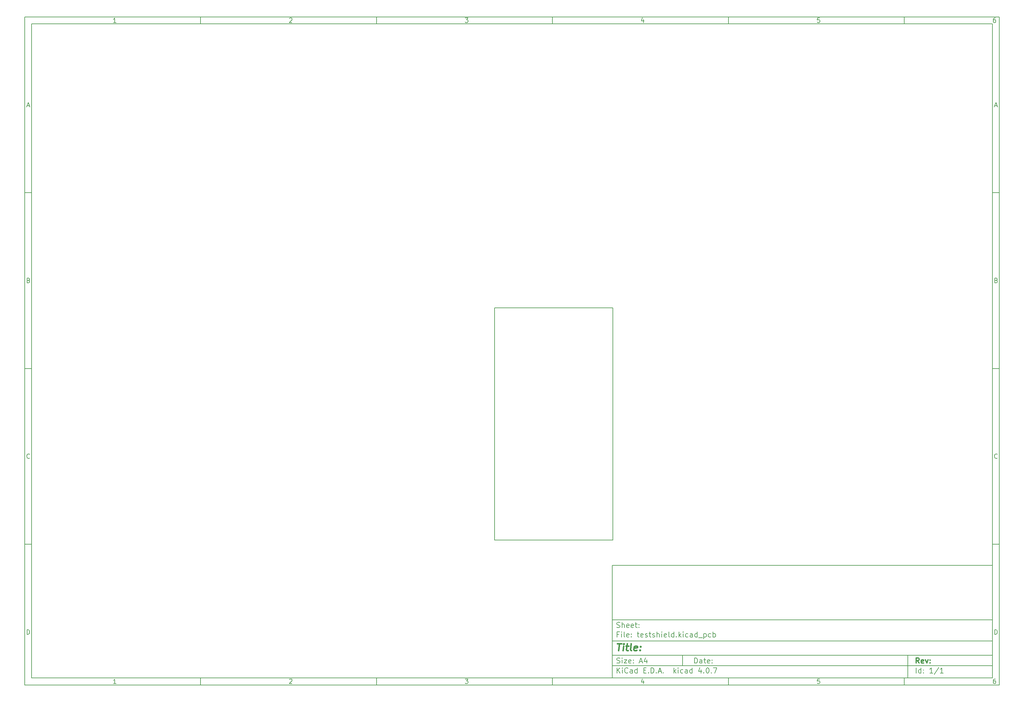
<source format=gbr>
G04 #@! TF.FileFunction,Profile,NP*
%FSLAX46Y46*%
G04 Gerber Fmt 4.6, Leading zero omitted, Abs format (unit mm)*
G04 Created by KiCad (PCBNEW 4.0.7) date 04/17/18 20:06:53*
%MOMM*%
%LPD*%
G01*
G04 APERTURE LIST*
%ADD10C,0.100000*%
%ADD11C,0.150000*%
%ADD12C,0.300000*%
%ADD13C,0.400000*%
G04 APERTURE END LIST*
D10*
D11*
X177002200Y-166007200D02*
X177002200Y-198007200D01*
X285002200Y-198007200D01*
X285002200Y-166007200D01*
X177002200Y-166007200D01*
D10*
D11*
X10000000Y-10000000D02*
X10000000Y-200007200D01*
X287002200Y-200007200D01*
X287002200Y-10000000D01*
X10000000Y-10000000D01*
D10*
D11*
X12000000Y-12000000D02*
X12000000Y-198007200D01*
X285002200Y-198007200D01*
X285002200Y-12000000D01*
X12000000Y-12000000D01*
D10*
D11*
X60000000Y-12000000D02*
X60000000Y-10000000D01*
D10*
D11*
X110000000Y-12000000D02*
X110000000Y-10000000D01*
D10*
D11*
X160000000Y-12000000D02*
X160000000Y-10000000D01*
D10*
D11*
X210000000Y-12000000D02*
X210000000Y-10000000D01*
D10*
D11*
X260000000Y-12000000D02*
X260000000Y-10000000D01*
D10*
D11*
X35990476Y-11588095D02*
X35247619Y-11588095D01*
X35619048Y-11588095D02*
X35619048Y-10288095D01*
X35495238Y-10473810D01*
X35371429Y-10597619D01*
X35247619Y-10659524D01*
D10*
D11*
X85247619Y-10411905D02*
X85309524Y-10350000D01*
X85433333Y-10288095D01*
X85742857Y-10288095D01*
X85866667Y-10350000D01*
X85928571Y-10411905D01*
X85990476Y-10535714D01*
X85990476Y-10659524D01*
X85928571Y-10845238D01*
X85185714Y-11588095D01*
X85990476Y-11588095D01*
D10*
D11*
X135185714Y-10288095D02*
X135990476Y-10288095D01*
X135557143Y-10783333D01*
X135742857Y-10783333D01*
X135866667Y-10845238D01*
X135928571Y-10907143D01*
X135990476Y-11030952D01*
X135990476Y-11340476D01*
X135928571Y-11464286D01*
X135866667Y-11526190D01*
X135742857Y-11588095D01*
X135371429Y-11588095D01*
X135247619Y-11526190D01*
X135185714Y-11464286D01*
D10*
D11*
X185866667Y-10721429D02*
X185866667Y-11588095D01*
X185557143Y-10226190D02*
X185247619Y-11154762D01*
X186052381Y-11154762D01*
D10*
D11*
X235928571Y-10288095D02*
X235309524Y-10288095D01*
X235247619Y-10907143D01*
X235309524Y-10845238D01*
X235433333Y-10783333D01*
X235742857Y-10783333D01*
X235866667Y-10845238D01*
X235928571Y-10907143D01*
X235990476Y-11030952D01*
X235990476Y-11340476D01*
X235928571Y-11464286D01*
X235866667Y-11526190D01*
X235742857Y-11588095D01*
X235433333Y-11588095D01*
X235309524Y-11526190D01*
X235247619Y-11464286D01*
D10*
D11*
X285866667Y-10288095D02*
X285619048Y-10288095D01*
X285495238Y-10350000D01*
X285433333Y-10411905D01*
X285309524Y-10597619D01*
X285247619Y-10845238D01*
X285247619Y-11340476D01*
X285309524Y-11464286D01*
X285371429Y-11526190D01*
X285495238Y-11588095D01*
X285742857Y-11588095D01*
X285866667Y-11526190D01*
X285928571Y-11464286D01*
X285990476Y-11340476D01*
X285990476Y-11030952D01*
X285928571Y-10907143D01*
X285866667Y-10845238D01*
X285742857Y-10783333D01*
X285495238Y-10783333D01*
X285371429Y-10845238D01*
X285309524Y-10907143D01*
X285247619Y-11030952D01*
D10*
D11*
X60000000Y-198007200D02*
X60000000Y-200007200D01*
D10*
D11*
X110000000Y-198007200D02*
X110000000Y-200007200D01*
D10*
D11*
X160000000Y-198007200D02*
X160000000Y-200007200D01*
D10*
D11*
X210000000Y-198007200D02*
X210000000Y-200007200D01*
D10*
D11*
X260000000Y-198007200D02*
X260000000Y-200007200D01*
D10*
D11*
X35990476Y-199595295D02*
X35247619Y-199595295D01*
X35619048Y-199595295D02*
X35619048Y-198295295D01*
X35495238Y-198481010D01*
X35371429Y-198604819D01*
X35247619Y-198666724D01*
D10*
D11*
X85247619Y-198419105D02*
X85309524Y-198357200D01*
X85433333Y-198295295D01*
X85742857Y-198295295D01*
X85866667Y-198357200D01*
X85928571Y-198419105D01*
X85990476Y-198542914D01*
X85990476Y-198666724D01*
X85928571Y-198852438D01*
X85185714Y-199595295D01*
X85990476Y-199595295D01*
D10*
D11*
X135185714Y-198295295D02*
X135990476Y-198295295D01*
X135557143Y-198790533D01*
X135742857Y-198790533D01*
X135866667Y-198852438D01*
X135928571Y-198914343D01*
X135990476Y-199038152D01*
X135990476Y-199347676D01*
X135928571Y-199471486D01*
X135866667Y-199533390D01*
X135742857Y-199595295D01*
X135371429Y-199595295D01*
X135247619Y-199533390D01*
X135185714Y-199471486D01*
D10*
D11*
X185866667Y-198728629D02*
X185866667Y-199595295D01*
X185557143Y-198233390D02*
X185247619Y-199161962D01*
X186052381Y-199161962D01*
D10*
D11*
X235928571Y-198295295D02*
X235309524Y-198295295D01*
X235247619Y-198914343D01*
X235309524Y-198852438D01*
X235433333Y-198790533D01*
X235742857Y-198790533D01*
X235866667Y-198852438D01*
X235928571Y-198914343D01*
X235990476Y-199038152D01*
X235990476Y-199347676D01*
X235928571Y-199471486D01*
X235866667Y-199533390D01*
X235742857Y-199595295D01*
X235433333Y-199595295D01*
X235309524Y-199533390D01*
X235247619Y-199471486D01*
D10*
D11*
X285866667Y-198295295D02*
X285619048Y-198295295D01*
X285495238Y-198357200D01*
X285433333Y-198419105D01*
X285309524Y-198604819D01*
X285247619Y-198852438D01*
X285247619Y-199347676D01*
X285309524Y-199471486D01*
X285371429Y-199533390D01*
X285495238Y-199595295D01*
X285742857Y-199595295D01*
X285866667Y-199533390D01*
X285928571Y-199471486D01*
X285990476Y-199347676D01*
X285990476Y-199038152D01*
X285928571Y-198914343D01*
X285866667Y-198852438D01*
X285742857Y-198790533D01*
X285495238Y-198790533D01*
X285371429Y-198852438D01*
X285309524Y-198914343D01*
X285247619Y-199038152D01*
D10*
D11*
X10000000Y-60000000D02*
X12000000Y-60000000D01*
D10*
D11*
X10000000Y-110000000D02*
X12000000Y-110000000D01*
D10*
D11*
X10000000Y-160000000D02*
X12000000Y-160000000D01*
D10*
D11*
X10690476Y-35216667D02*
X11309524Y-35216667D01*
X10566667Y-35588095D02*
X11000000Y-34288095D01*
X11433333Y-35588095D01*
D10*
D11*
X11092857Y-84907143D02*
X11278571Y-84969048D01*
X11340476Y-85030952D01*
X11402381Y-85154762D01*
X11402381Y-85340476D01*
X11340476Y-85464286D01*
X11278571Y-85526190D01*
X11154762Y-85588095D01*
X10659524Y-85588095D01*
X10659524Y-84288095D01*
X11092857Y-84288095D01*
X11216667Y-84350000D01*
X11278571Y-84411905D01*
X11340476Y-84535714D01*
X11340476Y-84659524D01*
X11278571Y-84783333D01*
X11216667Y-84845238D01*
X11092857Y-84907143D01*
X10659524Y-84907143D01*
D10*
D11*
X11402381Y-135464286D02*
X11340476Y-135526190D01*
X11154762Y-135588095D01*
X11030952Y-135588095D01*
X10845238Y-135526190D01*
X10721429Y-135402381D01*
X10659524Y-135278571D01*
X10597619Y-135030952D01*
X10597619Y-134845238D01*
X10659524Y-134597619D01*
X10721429Y-134473810D01*
X10845238Y-134350000D01*
X11030952Y-134288095D01*
X11154762Y-134288095D01*
X11340476Y-134350000D01*
X11402381Y-134411905D01*
D10*
D11*
X10659524Y-185588095D02*
X10659524Y-184288095D01*
X10969048Y-184288095D01*
X11154762Y-184350000D01*
X11278571Y-184473810D01*
X11340476Y-184597619D01*
X11402381Y-184845238D01*
X11402381Y-185030952D01*
X11340476Y-185278571D01*
X11278571Y-185402381D01*
X11154762Y-185526190D01*
X10969048Y-185588095D01*
X10659524Y-185588095D01*
D10*
D11*
X287002200Y-60000000D02*
X285002200Y-60000000D01*
D10*
D11*
X287002200Y-110000000D02*
X285002200Y-110000000D01*
D10*
D11*
X287002200Y-160000000D02*
X285002200Y-160000000D01*
D10*
D11*
X285692676Y-35216667D02*
X286311724Y-35216667D01*
X285568867Y-35588095D02*
X286002200Y-34288095D01*
X286435533Y-35588095D01*
D10*
D11*
X286095057Y-84907143D02*
X286280771Y-84969048D01*
X286342676Y-85030952D01*
X286404581Y-85154762D01*
X286404581Y-85340476D01*
X286342676Y-85464286D01*
X286280771Y-85526190D01*
X286156962Y-85588095D01*
X285661724Y-85588095D01*
X285661724Y-84288095D01*
X286095057Y-84288095D01*
X286218867Y-84350000D01*
X286280771Y-84411905D01*
X286342676Y-84535714D01*
X286342676Y-84659524D01*
X286280771Y-84783333D01*
X286218867Y-84845238D01*
X286095057Y-84907143D01*
X285661724Y-84907143D01*
D10*
D11*
X286404581Y-135464286D02*
X286342676Y-135526190D01*
X286156962Y-135588095D01*
X286033152Y-135588095D01*
X285847438Y-135526190D01*
X285723629Y-135402381D01*
X285661724Y-135278571D01*
X285599819Y-135030952D01*
X285599819Y-134845238D01*
X285661724Y-134597619D01*
X285723629Y-134473810D01*
X285847438Y-134350000D01*
X286033152Y-134288095D01*
X286156962Y-134288095D01*
X286342676Y-134350000D01*
X286404581Y-134411905D01*
D10*
D11*
X285661724Y-185588095D02*
X285661724Y-184288095D01*
X285971248Y-184288095D01*
X286156962Y-184350000D01*
X286280771Y-184473810D01*
X286342676Y-184597619D01*
X286404581Y-184845238D01*
X286404581Y-185030952D01*
X286342676Y-185278571D01*
X286280771Y-185402381D01*
X286156962Y-185526190D01*
X285971248Y-185588095D01*
X285661724Y-185588095D01*
D10*
D11*
X200359343Y-193785771D02*
X200359343Y-192285771D01*
X200716486Y-192285771D01*
X200930771Y-192357200D01*
X201073629Y-192500057D01*
X201145057Y-192642914D01*
X201216486Y-192928629D01*
X201216486Y-193142914D01*
X201145057Y-193428629D01*
X201073629Y-193571486D01*
X200930771Y-193714343D01*
X200716486Y-193785771D01*
X200359343Y-193785771D01*
X202502200Y-193785771D02*
X202502200Y-193000057D01*
X202430771Y-192857200D01*
X202287914Y-192785771D01*
X202002200Y-192785771D01*
X201859343Y-192857200D01*
X202502200Y-193714343D02*
X202359343Y-193785771D01*
X202002200Y-193785771D01*
X201859343Y-193714343D01*
X201787914Y-193571486D01*
X201787914Y-193428629D01*
X201859343Y-193285771D01*
X202002200Y-193214343D01*
X202359343Y-193214343D01*
X202502200Y-193142914D01*
X203002200Y-192785771D02*
X203573629Y-192785771D01*
X203216486Y-192285771D02*
X203216486Y-193571486D01*
X203287914Y-193714343D01*
X203430772Y-193785771D01*
X203573629Y-193785771D01*
X204645057Y-193714343D02*
X204502200Y-193785771D01*
X204216486Y-193785771D01*
X204073629Y-193714343D01*
X204002200Y-193571486D01*
X204002200Y-193000057D01*
X204073629Y-192857200D01*
X204216486Y-192785771D01*
X204502200Y-192785771D01*
X204645057Y-192857200D01*
X204716486Y-193000057D01*
X204716486Y-193142914D01*
X204002200Y-193285771D01*
X205359343Y-193642914D02*
X205430771Y-193714343D01*
X205359343Y-193785771D01*
X205287914Y-193714343D01*
X205359343Y-193642914D01*
X205359343Y-193785771D01*
X205359343Y-192857200D02*
X205430771Y-192928629D01*
X205359343Y-193000057D01*
X205287914Y-192928629D01*
X205359343Y-192857200D01*
X205359343Y-193000057D01*
D10*
D11*
X177002200Y-194507200D02*
X285002200Y-194507200D01*
D10*
D11*
X178359343Y-196585771D02*
X178359343Y-195085771D01*
X179216486Y-196585771D02*
X178573629Y-195728629D01*
X179216486Y-195085771D02*
X178359343Y-195942914D01*
X179859343Y-196585771D02*
X179859343Y-195585771D01*
X179859343Y-195085771D02*
X179787914Y-195157200D01*
X179859343Y-195228629D01*
X179930771Y-195157200D01*
X179859343Y-195085771D01*
X179859343Y-195228629D01*
X181430772Y-196442914D02*
X181359343Y-196514343D01*
X181145057Y-196585771D01*
X181002200Y-196585771D01*
X180787915Y-196514343D01*
X180645057Y-196371486D01*
X180573629Y-196228629D01*
X180502200Y-195942914D01*
X180502200Y-195728629D01*
X180573629Y-195442914D01*
X180645057Y-195300057D01*
X180787915Y-195157200D01*
X181002200Y-195085771D01*
X181145057Y-195085771D01*
X181359343Y-195157200D01*
X181430772Y-195228629D01*
X182716486Y-196585771D02*
X182716486Y-195800057D01*
X182645057Y-195657200D01*
X182502200Y-195585771D01*
X182216486Y-195585771D01*
X182073629Y-195657200D01*
X182716486Y-196514343D02*
X182573629Y-196585771D01*
X182216486Y-196585771D01*
X182073629Y-196514343D01*
X182002200Y-196371486D01*
X182002200Y-196228629D01*
X182073629Y-196085771D01*
X182216486Y-196014343D01*
X182573629Y-196014343D01*
X182716486Y-195942914D01*
X184073629Y-196585771D02*
X184073629Y-195085771D01*
X184073629Y-196514343D02*
X183930772Y-196585771D01*
X183645058Y-196585771D01*
X183502200Y-196514343D01*
X183430772Y-196442914D01*
X183359343Y-196300057D01*
X183359343Y-195871486D01*
X183430772Y-195728629D01*
X183502200Y-195657200D01*
X183645058Y-195585771D01*
X183930772Y-195585771D01*
X184073629Y-195657200D01*
X185930772Y-195800057D02*
X186430772Y-195800057D01*
X186645058Y-196585771D02*
X185930772Y-196585771D01*
X185930772Y-195085771D01*
X186645058Y-195085771D01*
X187287915Y-196442914D02*
X187359343Y-196514343D01*
X187287915Y-196585771D01*
X187216486Y-196514343D01*
X187287915Y-196442914D01*
X187287915Y-196585771D01*
X188002201Y-196585771D02*
X188002201Y-195085771D01*
X188359344Y-195085771D01*
X188573629Y-195157200D01*
X188716487Y-195300057D01*
X188787915Y-195442914D01*
X188859344Y-195728629D01*
X188859344Y-195942914D01*
X188787915Y-196228629D01*
X188716487Y-196371486D01*
X188573629Y-196514343D01*
X188359344Y-196585771D01*
X188002201Y-196585771D01*
X189502201Y-196442914D02*
X189573629Y-196514343D01*
X189502201Y-196585771D01*
X189430772Y-196514343D01*
X189502201Y-196442914D01*
X189502201Y-196585771D01*
X190145058Y-196157200D02*
X190859344Y-196157200D01*
X190002201Y-196585771D02*
X190502201Y-195085771D01*
X191002201Y-196585771D01*
X191502201Y-196442914D02*
X191573629Y-196514343D01*
X191502201Y-196585771D01*
X191430772Y-196514343D01*
X191502201Y-196442914D01*
X191502201Y-196585771D01*
X194502201Y-196585771D02*
X194502201Y-195085771D01*
X194645058Y-196014343D02*
X195073629Y-196585771D01*
X195073629Y-195585771D02*
X194502201Y-196157200D01*
X195716487Y-196585771D02*
X195716487Y-195585771D01*
X195716487Y-195085771D02*
X195645058Y-195157200D01*
X195716487Y-195228629D01*
X195787915Y-195157200D01*
X195716487Y-195085771D01*
X195716487Y-195228629D01*
X197073630Y-196514343D02*
X196930773Y-196585771D01*
X196645059Y-196585771D01*
X196502201Y-196514343D01*
X196430773Y-196442914D01*
X196359344Y-196300057D01*
X196359344Y-195871486D01*
X196430773Y-195728629D01*
X196502201Y-195657200D01*
X196645059Y-195585771D01*
X196930773Y-195585771D01*
X197073630Y-195657200D01*
X198359344Y-196585771D02*
X198359344Y-195800057D01*
X198287915Y-195657200D01*
X198145058Y-195585771D01*
X197859344Y-195585771D01*
X197716487Y-195657200D01*
X198359344Y-196514343D02*
X198216487Y-196585771D01*
X197859344Y-196585771D01*
X197716487Y-196514343D01*
X197645058Y-196371486D01*
X197645058Y-196228629D01*
X197716487Y-196085771D01*
X197859344Y-196014343D01*
X198216487Y-196014343D01*
X198359344Y-195942914D01*
X199716487Y-196585771D02*
X199716487Y-195085771D01*
X199716487Y-196514343D02*
X199573630Y-196585771D01*
X199287916Y-196585771D01*
X199145058Y-196514343D01*
X199073630Y-196442914D01*
X199002201Y-196300057D01*
X199002201Y-195871486D01*
X199073630Y-195728629D01*
X199145058Y-195657200D01*
X199287916Y-195585771D01*
X199573630Y-195585771D01*
X199716487Y-195657200D01*
X202216487Y-195585771D02*
X202216487Y-196585771D01*
X201859344Y-195014343D02*
X201502201Y-196085771D01*
X202430773Y-196085771D01*
X203002201Y-196442914D02*
X203073629Y-196514343D01*
X203002201Y-196585771D01*
X202930772Y-196514343D01*
X203002201Y-196442914D01*
X203002201Y-196585771D01*
X204002201Y-195085771D02*
X204145058Y-195085771D01*
X204287915Y-195157200D01*
X204359344Y-195228629D01*
X204430773Y-195371486D01*
X204502201Y-195657200D01*
X204502201Y-196014343D01*
X204430773Y-196300057D01*
X204359344Y-196442914D01*
X204287915Y-196514343D01*
X204145058Y-196585771D01*
X204002201Y-196585771D01*
X203859344Y-196514343D01*
X203787915Y-196442914D01*
X203716487Y-196300057D01*
X203645058Y-196014343D01*
X203645058Y-195657200D01*
X203716487Y-195371486D01*
X203787915Y-195228629D01*
X203859344Y-195157200D01*
X204002201Y-195085771D01*
X205145058Y-196442914D02*
X205216486Y-196514343D01*
X205145058Y-196585771D01*
X205073629Y-196514343D01*
X205145058Y-196442914D01*
X205145058Y-196585771D01*
X205716487Y-195085771D02*
X206716487Y-195085771D01*
X206073630Y-196585771D01*
D10*
D11*
X177002200Y-191507200D02*
X285002200Y-191507200D01*
D10*
D12*
X264216486Y-193785771D02*
X263716486Y-193071486D01*
X263359343Y-193785771D02*
X263359343Y-192285771D01*
X263930771Y-192285771D01*
X264073629Y-192357200D01*
X264145057Y-192428629D01*
X264216486Y-192571486D01*
X264216486Y-192785771D01*
X264145057Y-192928629D01*
X264073629Y-193000057D01*
X263930771Y-193071486D01*
X263359343Y-193071486D01*
X265430771Y-193714343D02*
X265287914Y-193785771D01*
X265002200Y-193785771D01*
X264859343Y-193714343D01*
X264787914Y-193571486D01*
X264787914Y-193000057D01*
X264859343Y-192857200D01*
X265002200Y-192785771D01*
X265287914Y-192785771D01*
X265430771Y-192857200D01*
X265502200Y-193000057D01*
X265502200Y-193142914D01*
X264787914Y-193285771D01*
X266002200Y-192785771D02*
X266359343Y-193785771D01*
X266716485Y-192785771D01*
X267287914Y-193642914D02*
X267359342Y-193714343D01*
X267287914Y-193785771D01*
X267216485Y-193714343D01*
X267287914Y-193642914D01*
X267287914Y-193785771D01*
X267287914Y-192857200D02*
X267359342Y-192928629D01*
X267287914Y-193000057D01*
X267216485Y-192928629D01*
X267287914Y-192857200D01*
X267287914Y-193000057D01*
D10*
D11*
X178287914Y-193714343D02*
X178502200Y-193785771D01*
X178859343Y-193785771D01*
X179002200Y-193714343D01*
X179073629Y-193642914D01*
X179145057Y-193500057D01*
X179145057Y-193357200D01*
X179073629Y-193214343D01*
X179002200Y-193142914D01*
X178859343Y-193071486D01*
X178573629Y-193000057D01*
X178430771Y-192928629D01*
X178359343Y-192857200D01*
X178287914Y-192714343D01*
X178287914Y-192571486D01*
X178359343Y-192428629D01*
X178430771Y-192357200D01*
X178573629Y-192285771D01*
X178930771Y-192285771D01*
X179145057Y-192357200D01*
X179787914Y-193785771D02*
X179787914Y-192785771D01*
X179787914Y-192285771D02*
X179716485Y-192357200D01*
X179787914Y-192428629D01*
X179859342Y-192357200D01*
X179787914Y-192285771D01*
X179787914Y-192428629D01*
X180359343Y-192785771D02*
X181145057Y-192785771D01*
X180359343Y-193785771D01*
X181145057Y-193785771D01*
X182287914Y-193714343D02*
X182145057Y-193785771D01*
X181859343Y-193785771D01*
X181716486Y-193714343D01*
X181645057Y-193571486D01*
X181645057Y-193000057D01*
X181716486Y-192857200D01*
X181859343Y-192785771D01*
X182145057Y-192785771D01*
X182287914Y-192857200D01*
X182359343Y-193000057D01*
X182359343Y-193142914D01*
X181645057Y-193285771D01*
X183002200Y-193642914D02*
X183073628Y-193714343D01*
X183002200Y-193785771D01*
X182930771Y-193714343D01*
X183002200Y-193642914D01*
X183002200Y-193785771D01*
X183002200Y-192857200D02*
X183073628Y-192928629D01*
X183002200Y-193000057D01*
X182930771Y-192928629D01*
X183002200Y-192857200D01*
X183002200Y-193000057D01*
X184787914Y-193357200D02*
X185502200Y-193357200D01*
X184645057Y-193785771D02*
X185145057Y-192285771D01*
X185645057Y-193785771D01*
X186787914Y-192785771D02*
X186787914Y-193785771D01*
X186430771Y-192214343D02*
X186073628Y-193285771D01*
X187002200Y-193285771D01*
D10*
D11*
X263359343Y-196585771D02*
X263359343Y-195085771D01*
X264716486Y-196585771D02*
X264716486Y-195085771D01*
X264716486Y-196514343D02*
X264573629Y-196585771D01*
X264287915Y-196585771D01*
X264145057Y-196514343D01*
X264073629Y-196442914D01*
X264002200Y-196300057D01*
X264002200Y-195871486D01*
X264073629Y-195728629D01*
X264145057Y-195657200D01*
X264287915Y-195585771D01*
X264573629Y-195585771D01*
X264716486Y-195657200D01*
X265430772Y-196442914D02*
X265502200Y-196514343D01*
X265430772Y-196585771D01*
X265359343Y-196514343D01*
X265430772Y-196442914D01*
X265430772Y-196585771D01*
X265430772Y-195657200D02*
X265502200Y-195728629D01*
X265430772Y-195800057D01*
X265359343Y-195728629D01*
X265430772Y-195657200D01*
X265430772Y-195800057D01*
X268073629Y-196585771D02*
X267216486Y-196585771D01*
X267645058Y-196585771D02*
X267645058Y-195085771D01*
X267502201Y-195300057D01*
X267359343Y-195442914D01*
X267216486Y-195514343D01*
X269787914Y-195014343D02*
X268502200Y-196942914D01*
X271073629Y-196585771D02*
X270216486Y-196585771D01*
X270645058Y-196585771D02*
X270645058Y-195085771D01*
X270502201Y-195300057D01*
X270359343Y-195442914D01*
X270216486Y-195514343D01*
D10*
D11*
X177002200Y-187507200D02*
X285002200Y-187507200D01*
D10*
D13*
X178454581Y-188211962D02*
X179597438Y-188211962D01*
X178776010Y-190211962D02*
X179026010Y-188211962D01*
X180014105Y-190211962D02*
X180180771Y-188878629D01*
X180264105Y-188211962D02*
X180156962Y-188307200D01*
X180240295Y-188402438D01*
X180347439Y-188307200D01*
X180264105Y-188211962D01*
X180240295Y-188402438D01*
X180847438Y-188878629D02*
X181609343Y-188878629D01*
X181216486Y-188211962D02*
X181002200Y-189926248D01*
X181073630Y-190116724D01*
X181252201Y-190211962D01*
X181442677Y-190211962D01*
X182395058Y-190211962D02*
X182216487Y-190116724D01*
X182145057Y-189926248D01*
X182359343Y-188211962D01*
X183930772Y-190116724D02*
X183728391Y-190211962D01*
X183347439Y-190211962D01*
X183168867Y-190116724D01*
X183097438Y-189926248D01*
X183192676Y-189164343D01*
X183311724Y-188973867D01*
X183514105Y-188878629D01*
X183895057Y-188878629D01*
X184073629Y-188973867D01*
X184145057Y-189164343D01*
X184121248Y-189354819D01*
X183145057Y-189545295D01*
X184895057Y-190021486D02*
X184978392Y-190116724D01*
X184871248Y-190211962D01*
X184787915Y-190116724D01*
X184895057Y-190021486D01*
X184871248Y-190211962D01*
X185026010Y-188973867D02*
X185109344Y-189069105D01*
X185002200Y-189164343D01*
X184918867Y-189069105D01*
X185026010Y-188973867D01*
X185002200Y-189164343D01*
D10*
D11*
X178859343Y-185600057D02*
X178359343Y-185600057D01*
X178359343Y-186385771D02*
X178359343Y-184885771D01*
X179073629Y-184885771D01*
X179645057Y-186385771D02*
X179645057Y-185385771D01*
X179645057Y-184885771D02*
X179573628Y-184957200D01*
X179645057Y-185028629D01*
X179716485Y-184957200D01*
X179645057Y-184885771D01*
X179645057Y-185028629D01*
X180573629Y-186385771D02*
X180430771Y-186314343D01*
X180359343Y-186171486D01*
X180359343Y-184885771D01*
X181716485Y-186314343D02*
X181573628Y-186385771D01*
X181287914Y-186385771D01*
X181145057Y-186314343D01*
X181073628Y-186171486D01*
X181073628Y-185600057D01*
X181145057Y-185457200D01*
X181287914Y-185385771D01*
X181573628Y-185385771D01*
X181716485Y-185457200D01*
X181787914Y-185600057D01*
X181787914Y-185742914D01*
X181073628Y-185885771D01*
X182430771Y-186242914D02*
X182502199Y-186314343D01*
X182430771Y-186385771D01*
X182359342Y-186314343D01*
X182430771Y-186242914D01*
X182430771Y-186385771D01*
X182430771Y-185457200D02*
X182502199Y-185528629D01*
X182430771Y-185600057D01*
X182359342Y-185528629D01*
X182430771Y-185457200D01*
X182430771Y-185600057D01*
X184073628Y-185385771D02*
X184645057Y-185385771D01*
X184287914Y-184885771D02*
X184287914Y-186171486D01*
X184359342Y-186314343D01*
X184502200Y-186385771D01*
X184645057Y-186385771D01*
X185716485Y-186314343D02*
X185573628Y-186385771D01*
X185287914Y-186385771D01*
X185145057Y-186314343D01*
X185073628Y-186171486D01*
X185073628Y-185600057D01*
X185145057Y-185457200D01*
X185287914Y-185385771D01*
X185573628Y-185385771D01*
X185716485Y-185457200D01*
X185787914Y-185600057D01*
X185787914Y-185742914D01*
X185073628Y-185885771D01*
X186359342Y-186314343D02*
X186502199Y-186385771D01*
X186787914Y-186385771D01*
X186930771Y-186314343D01*
X187002199Y-186171486D01*
X187002199Y-186100057D01*
X186930771Y-185957200D01*
X186787914Y-185885771D01*
X186573628Y-185885771D01*
X186430771Y-185814343D01*
X186359342Y-185671486D01*
X186359342Y-185600057D01*
X186430771Y-185457200D01*
X186573628Y-185385771D01*
X186787914Y-185385771D01*
X186930771Y-185457200D01*
X187430771Y-185385771D02*
X188002200Y-185385771D01*
X187645057Y-184885771D02*
X187645057Y-186171486D01*
X187716485Y-186314343D01*
X187859343Y-186385771D01*
X188002200Y-186385771D01*
X188430771Y-186314343D02*
X188573628Y-186385771D01*
X188859343Y-186385771D01*
X189002200Y-186314343D01*
X189073628Y-186171486D01*
X189073628Y-186100057D01*
X189002200Y-185957200D01*
X188859343Y-185885771D01*
X188645057Y-185885771D01*
X188502200Y-185814343D01*
X188430771Y-185671486D01*
X188430771Y-185600057D01*
X188502200Y-185457200D01*
X188645057Y-185385771D01*
X188859343Y-185385771D01*
X189002200Y-185457200D01*
X189716486Y-186385771D02*
X189716486Y-184885771D01*
X190359343Y-186385771D02*
X190359343Y-185600057D01*
X190287914Y-185457200D01*
X190145057Y-185385771D01*
X189930772Y-185385771D01*
X189787914Y-185457200D01*
X189716486Y-185528629D01*
X191073629Y-186385771D02*
X191073629Y-185385771D01*
X191073629Y-184885771D02*
X191002200Y-184957200D01*
X191073629Y-185028629D01*
X191145057Y-184957200D01*
X191073629Y-184885771D01*
X191073629Y-185028629D01*
X192359343Y-186314343D02*
X192216486Y-186385771D01*
X191930772Y-186385771D01*
X191787915Y-186314343D01*
X191716486Y-186171486D01*
X191716486Y-185600057D01*
X191787915Y-185457200D01*
X191930772Y-185385771D01*
X192216486Y-185385771D01*
X192359343Y-185457200D01*
X192430772Y-185600057D01*
X192430772Y-185742914D01*
X191716486Y-185885771D01*
X193287915Y-186385771D02*
X193145057Y-186314343D01*
X193073629Y-186171486D01*
X193073629Y-184885771D01*
X194502200Y-186385771D02*
X194502200Y-184885771D01*
X194502200Y-186314343D02*
X194359343Y-186385771D01*
X194073629Y-186385771D01*
X193930771Y-186314343D01*
X193859343Y-186242914D01*
X193787914Y-186100057D01*
X193787914Y-185671486D01*
X193859343Y-185528629D01*
X193930771Y-185457200D01*
X194073629Y-185385771D01*
X194359343Y-185385771D01*
X194502200Y-185457200D01*
X195216486Y-186242914D02*
X195287914Y-186314343D01*
X195216486Y-186385771D01*
X195145057Y-186314343D01*
X195216486Y-186242914D01*
X195216486Y-186385771D01*
X195930772Y-186385771D02*
X195930772Y-184885771D01*
X196073629Y-185814343D02*
X196502200Y-186385771D01*
X196502200Y-185385771D02*
X195930772Y-185957200D01*
X197145058Y-186385771D02*
X197145058Y-185385771D01*
X197145058Y-184885771D02*
X197073629Y-184957200D01*
X197145058Y-185028629D01*
X197216486Y-184957200D01*
X197145058Y-184885771D01*
X197145058Y-185028629D01*
X198502201Y-186314343D02*
X198359344Y-186385771D01*
X198073630Y-186385771D01*
X197930772Y-186314343D01*
X197859344Y-186242914D01*
X197787915Y-186100057D01*
X197787915Y-185671486D01*
X197859344Y-185528629D01*
X197930772Y-185457200D01*
X198073630Y-185385771D01*
X198359344Y-185385771D01*
X198502201Y-185457200D01*
X199787915Y-186385771D02*
X199787915Y-185600057D01*
X199716486Y-185457200D01*
X199573629Y-185385771D01*
X199287915Y-185385771D01*
X199145058Y-185457200D01*
X199787915Y-186314343D02*
X199645058Y-186385771D01*
X199287915Y-186385771D01*
X199145058Y-186314343D01*
X199073629Y-186171486D01*
X199073629Y-186028629D01*
X199145058Y-185885771D01*
X199287915Y-185814343D01*
X199645058Y-185814343D01*
X199787915Y-185742914D01*
X201145058Y-186385771D02*
X201145058Y-184885771D01*
X201145058Y-186314343D02*
X201002201Y-186385771D01*
X200716487Y-186385771D01*
X200573629Y-186314343D01*
X200502201Y-186242914D01*
X200430772Y-186100057D01*
X200430772Y-185671486D01*
X200502201Y-185528629D01*
X200573629Y-185457200D01*
X200716487Y-185385771D01*
X201002201Y-185385771D01*
X201145058Y-185457200D01*
X201502201Y-186528629D02*
X202645058Y-186528629D01*
X203002201Y-185385771D02*
X203002201Y-186885771D01*
X203002201Y-185457200D02*
X203145058Y-185385771D01*
X203430772Y-185385771D01*
X203573629Y-185457200D01*
X203645058Y-185528629D01*
X203716487Y-185671486D01*
X203716487Y-186100057D01*
X203645058Y-186242914D01*
X203573629Y-186314343D01*
X203430772Y-186385771D01*
X203145058Y-186385771D01*
X203002201Y-186314343D01*
X205002201Y-186314343D02*
X204859344Y-186385771D01*
X204573630Y-186385771D01*
X204430772Y-186314343D01*
X204359344Y-186242914D01*
X204287915Y-186100057D01*
X204287915Y-185671486D01*
X204359344Y-185528629D01*
X204430772Y-185457200D01*
X204573630Y-185385771D01*
X204859344Y-185385771D01*
X205002201Y-185457200D01*
X205645058Y-186385771D02*
X205645058Y-184885771D01*
X205645058Y-185457200D02*
X205787915Y-185385771D01*
X206073629Y-185385771D01*
X206216486Y-185457200D01*
X206287915Y-185528629D01*
X206359344Y-185671486D01*
X206359344Y-186100057D01*
X206287915Y-186242914D01*
X206216486Y-186314343D01*
X206073629Y-186385771D01*
X205787915Y-186385771D01*
X205645058Y-186314343D01*
D10*
D11*
X177002200Y-181507200D02*
X285002200Y-181507200D01*
D10*
D11*
X178287914Y-183614343D02*
X178502200Y-183685771D01*
X178859343Y-183685771D01*
X179002200Y-183614343D01*
X179073629Y-183542914D01*
X179145057Y-183400057D01*
X179145057Y-183257200D01*
X179073629Y-183114343D01*
X179002200Y-183042914D01*
X178859343Y-182971486D01*
X178573629Y-182900057D01*
X178430771Y-182828629D01*
X178359343Y-182757200D01*
X178287914Y-182614343D01*
X178287914Y-182471486D01*
X178359343Y-182328629D01*
X178430771Y-182257200D01*
X178573629Y-182185771D01*
X178930771Y-182185771D01*
X179145057Y-182257200D01*
X179787914Y-183685771D02*
X179787914Y-182185771D01*
X180430771Y-183685771D02*
X180430771Y-182900057D01*
X180359342Y-182757200D01*
X180216485Y-182685771D01*
X180002200Y-182685771D01*
X179859342Y-182757200D01*
X179787914Y-182828629D01*
X181716485Y-183614343D02*
X181573628Y-183685771D01*
X181287914Y-183685771D01*
X181145057Y-183614343D01*
X181073628Y-183471486D01*
X181073628Y-182900057D01*
X181145057Y-182757200D01*
X181287914Y-182685771D01*
X181573628Y-182685771D01*
X181716485Y-182757200D01*
X181787914Y-182900057D01*
X181787914Y-183042914D01*
X181073628Y-183185771D01*
X183002199Y-183614343D02*
X182859342Y-183685771D01*
X182573628Y-183685771D01*
X182430771Y-183614343D01*
X182359342Y-183471486D01*
X182359342Y-182900057D01*
X182430771Y-182757200D01*
X182573628Y-182685771D01*
X182859342Y-182685771D01*
X183002199Y-182757200D01*
X183073628Y-182900057D01*
X183073628Y-183042914D01*
X182359342Y-183185771D01*
X183502199Y-182685771D02*
X184073628Y-182685771D01*
X183716485Y-182185771D02*
X183716485Y-183471486D01*
X183787913Y-183614343D01*
X183930771Y-183685771D01*
X184073628Y-183685771D01*
X184573628Y-183542914D02*
X184645056Y-183614343D01*
X184573628Y-183685771D01*
X184502199Y-183614343D01*
X184573628Y-183542914D01*
X184573628Y-183685771D01*
X184573628Y-182757200D02*
X184645056Y-182828629D01*
X184573628Y-182900057D01*
X184502199Y-182828629D01*
X184573628Y-182757200D01*
X184573628Y-182900057D01*
D10*
D11*
X197002200Y-191507200D02*
X197002200Y-194507200D01*
D10*
D11*
X261002200Y-191507200D02*
X261002200Y-198007200D01*
X177165000Y-158750000D02*
X143510000Y-158750000D01*
X177165000Y-92710000D02*
X143510000Y-92710000D01*
X177165000Y-158750000D02*
X177165000Y-92710000D01*
X143510000Y-158750000D02*
X143510000Y-148590000D01*
X143510000Y-92710000D02*
X143510000Y-148590000D01*
M02*

</source>
